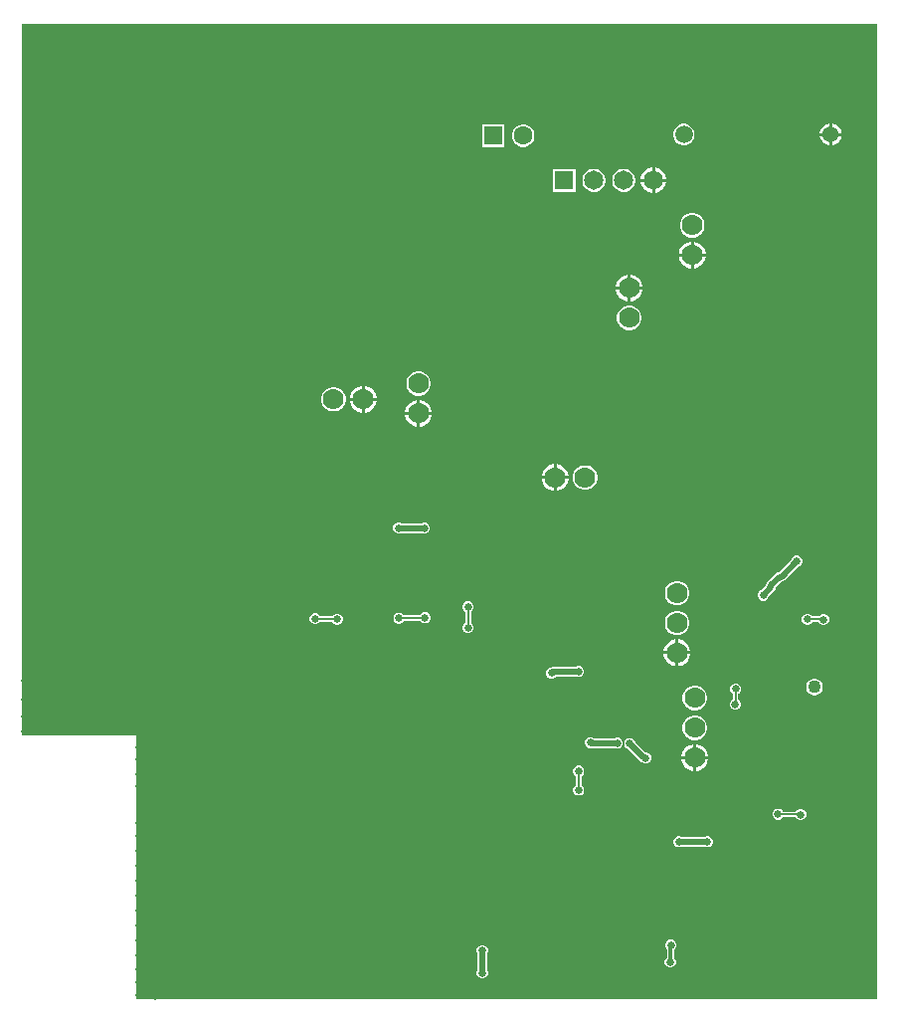
<source format=gbl>
G04*
G04 #@! TF.GenerationSoftware,Altium Limited,Altium Designer,23.1.1 (15)*
G04*
G04 Layer_Physical_Order=2*
G04 Layer_Color=16711680*
%FSLAX44Y44*%
%MOMM*%
G71*
G04*
G04 #@! TF.SameCoordinates,8BC828A1-C8E0-4588-AEB6-AA5E87443106*
G04*
G04*
G04 #@! TF.FilePolarity,Positive*
G04*
G01*
G75*
%ADD10C,0.1524*%
%ADD131C,1.1000*%
%ADD139C,0.5080*%
%ADD140C,0.3000*%
%ADD150C,1.6500*%
%ADD151R,1.6500X1.6500*%
%ADD152C,1.3650*%
%ADD153C,1.5000*%
%ADD154C,1.7780*%
%ADD155R,1.6000X1.6000*%
%ADD156C,1.6000*%
%ADD157O,1.5500X0.8128*%
%ADD158O,0.8128X1.3000*%
%ADD159C,0.6350*%
%ADD160C,0.5000*%
G36*
X732456Y4144D02*
X101600D01*
Y228854D01*
X4144D01*
Y834056D01*
X732456D01*
Y4144D01*
D02*
G37*
%LPC*%
G36*
X694438Y749575D02*
Y741489D01*
X702524D01*
X701895Y743834D01*
X700662Y745970D01*
X698919Y747713D01*
X696783Y748946D01*
X694438Y749575D01*
D02*
G37*
G36*
X691898D02*
X689554Y748946D01*
X687418Y747713D01*
X685675Y745970D01*
X684442Y743834D01*
X683813Y741489D01*
X691898D01*
Y749575D01*
D02*
G37*
G36*
X569357Y749243D02*
X566981D01*
X564685Y748628D01*
X562628Y747440D01*
X560947Y745760D01*
X559759Y743703D01*
X559145Y741407D01*
Y739031D01*
X559759Y736736D01*
X560947Y734679D01*
X562628Y732999D01*
X564685Y731810D01*
X566981Y731196D01*
X569357D01*
X571652Y731810D01*
X573709Y732999D01*
X575390Y734679D01*
X576578Y736736D01*
X577192Y739031D01*
Y741407D01*
X576578Y743703D01*
X575390Y745760D01*
X573709Y747440D01*
X571652Y748628D01*
X569357Y749243D01*
D02*
G37*
G36*
X702524Y738950D02*
X694438D01*
Y730864D01*
X696783Y731493D01*
X698919Y732726D01*
X700662Y734469D01*
X701895Y736605D01*
X702524Y738950D01*
D02*
G37*
G36*
X691898D02*
X683813D01*
X684442Y736605D01*
X685675Y734469D01*
X687418Y732726D01*
X689554Y731493D01*
X691898Y730864D01*
Y738950D01*
D02*
G37*
G36*
X432546Y748664D02*
X430038D01*
X427616Y748015D01*
X425444Y746761D01*
X423671Y744988D01*
X422417Y742816D01*
X421768Y740394D01*
Y737886D01*
X422417Y735464D01*
X423671Y733292D01*
X425444Y731519D01*
X427616Y730265D01*
X430038Y729616D01*
X432546D01*
X434968Y730265D01*
X437140Y731519D01*
X438913Y733292D01*
X440167Y735464D01*
X440816Y737886D01*
Y740394D01*
X440167Y742816D01*
X438913Y744988D01*
X437140Y746761D01*
X434968Y748015D01*
X432546Y748664D01*
D02*
G37*
G36*
X415416D02*
X396368D01*
Y729616D01*
X415416D01*
Y748664D01*
D02*
G37*
G36*
X543711Y712082D02*
X543560D01*
Y702562D01*
X553080D01*
Y702713D01*
X552345Y705457D01*
X550924Y707917D01*
X548915Y709926D01*
X546455Y711347D01*
X543711Y712082D01*
D02*
G37*
G36*
X541020D02*
X540869D01*
X538125Y711347D01*
X535665Y709926D01*
X533656Y707917D01*
X532235Y705457D01*
X531500Y702713D01*
Y702562D01*
X541020D01*
Y712082D01*
D02*
G37*
G36*
X518177Y711066D02*
X515603D01*
X513117Y710400D01*
X510889Y709113D01*
X509069Y707293D01*
X507782Y705065D01*
X507116Y702579D01*
Y700005D01*
X507782Y697520D01*
X509069Y695291D01*
X510889Y693471D01*
X513117Y692184D01*
X515603Y691518D01*
X518177D01*
X520663Y692184D01*
X522891Y693471D01*
X524711Y695291D01*
X525998Y697520D01*
X526664Y700005D01*
Y702579D01*
X525998Y705065D01*
X524711Y707293D01*
X522891Y709113D01*
X520663Y710400D01*
X518177Y711066D01*
D02*
G37*
G36*
X492777D02*
X490203D01*
X487717Y710400D01*
X485489Y709113D01*
X483669Y707293D01*
X482382Y705065D01*
X481716Y702579D01*
Y700005D01*
X482382Y697520D01*
X483669Y695291D01*
X485489Y693471D01*
X487717Y692184D01*
X490203Y691518D01*
X492777D01*
X495263Y692184D01*
X497491Y693471D01*
X499311Y695291D01*
X500598Y697520D01*
X501264Y700005D01*
Y702579D01*
X500598Y705065D01*
X499311Y707293D01*
X497491Y709113D01*
X495263Y710400D01*
X492777Y711066D01*
D02*
G37*
G36*
X475864D02*
X456316D01*
Y691518D01*
X475864D01*
Y711066D01*
D02*
G37*
G36*
X553080Y700022D02*
X543560D01*
Y690502D01*
X543711D01*
X546455Y691237D01*
X548915Y692658D01*
X550924Y694667D01*
X552345Y697127D01*
X553080Y699872D01*
Y700022D01*
D02*
G37*
G36*
X541020D02*
X531500D01*
Y699872D01*
X532235Y697127D01*
X533656Y694667D01*
X535665Y692658D01*
X538125Y691237D01*
X540869Y690502D01*
X541020D01*
Y700022D01*
D02*
G37*
G36*
X576552Y673501D02*
X573809D01*
X571161Y672791D01*
X568786Y671420D01*
X566847Y669481D01*
X565476Y667107D01*
X564767Y664458D01*
Y661716D01*
X565476Y659067D01*
X566847Y656693D01*
X568786Y654754D01*
X571161Y653383D01*
X573809Y652673D01*
X576552D01*
X579200Y653383D01*
X581575Y654754D01*
X583514Y656693D01*
X584885Y659067D01*
X585594Y661716D01*
Y664458D01*
X584885Y667107D01*
X583514Y669481D01*
X581575Y671420D01*
X579200Y672791D01*
X576552Y673501D01*
D02*
G37*
G36*
X576685Y649117D02*
X576450D01*
Y638957D01*
X586610D01*
Y639192D01*
X585831Y642099D01*
X584327Y644705D01*
X582199Y646833D01*
X579592Y648338D01*
X576685Y649117D01*
D02*
G37*
G36*
X573910D02*
X573676D01*
X570769Y648338D01*
X568162Y646833D01*
X566034Y644705D01*
X564529Y642099D01*
X563750Y639192D01*
Y638957D01*
X573910D01*
Y649117D01*
D02*
G37*
G36*
X586610Y636417D02*
X576450D01*
Y626257D01*
X576685D01*
X579592Y627036D01*
X582199Y628541D01*
X584327Y630669D01*
X585831Y633275D01*
X586610Y636182D01*
Y636417D01*
D02*
G37*
G36*
X573910D02*
X563750D01*
Y636182D01*
X564529Y633275D01*
X566034Y630669D01*
X568162Y628541D01*
X570769Y627036D01*
X573676Y626257D01*
X573910D01*
Y636417D01*
D02*
G37*
G36*
X523106Y621044D02*
X522872D01*
Y610883D01*
X533032D01*
Y611118D01*
X532253Y614025D01*
X530748Y616632D01*
X528620Y618760D01*
X526013Y620265D01*
X523106Y621044D01*
D02*
G37*
G36*
X520331D02*
X520097D01*
X517190Y620265D01*
X514583Y618760D01*
X512455Y616632D01*
X510951Y614025D01*
X510172Y611118D01*
Y610883D01*
X520331D01*
Y621044D01*
D02*
G37*
G36*
X533032Y608344D02*
X522872D01*
Y598184D01*
X523106D01*
X526013Y598963D01*
X528620Y600467D01*
X530748Y602595D01*
X532253Y605202D01*
X533032Y608109D01*
Y608344D01*
D02*
G37*
G36*
X520331D02*
X510172D01*
Y608109D01*
X510951Y605202D01*
X512455Y602595D01*
X514583Y600467D01*
X517190Y598963D01*
X520097Y598184D01*
X520331D01*
Y608344D01*
D02*
G37*
G36*
X522973Y594627D02*
X520230D01*
X517582Y593918D01*
X515207Y592547D01*
X513268Y590608D01*
X511897Y588233D01*
X511188Y585585D01*
Y582842D01*
X511897Y580194D01*
X513268Y577819D01*
X515207Y575880D01*
X517582Y574509D01*
X520230Y573800D01*
X522973D01*
X525621Y574509D01*
X527996Y575880D01*
X529935Y577819D01*
X531306Y580194D01*
X532015Y582842D01*
Y585585D01*
X531306Y588233D01*
X529935Y590608D01*
X527996Y592547D01*
X525621Y593918D01*
X522973Y594627D01*
D02*
G37*
G36*
X343509Y538734D02*
X340767D01*
X338118Y538024D01*
X335744Y536653D01*
X333805Y534714D01*
X332434Y532340D01*
X331724Y529691D01*
Y526949D01*
X332434Y524300D01*
X333805Y521926D01*
X335744Y519987D01*
X338118Y518616D01*
X340767Y517906D01*
X343509D01*
X346158Y518616D01*
X348532Y519987D01*
X350471Y521926D01*
X351842Y524300D01*
X352552Y526949D01*
Y529691D01*
X351842Y532340D01*
X350471Y534714D01*
X348532Y536653D01*
X346158Y538024D01*
X343509Y538734D01*
D02*
G37*
G36*
X296653Y526418D02*
X296418D01*
Y516258D01*
X306578D01*
Y516492D01*
X305799Y519399D01*
X304294Y522006D01*
X302166Y524134D01*
X299560Y525639D01*
X296653Y526418D01*
D02*
G37*
G36*
X293878D02*
X293643D01*
X290736Y525639D01*
X288130Y524134D01*
X286002Y522006D01*
X284497Y519399D01*
X283718Y516492D01*
Y516258D01*
X293878D01*
Y526418D01*
D02*
G37*
G36*
X271119Y525401D02*
X268377D01*
X265728Y524692D01*
X263354Y523321D01*
X261415Y521382D01*
X260044Y519007D01*
X259334Y516359D01*
Y513616D01*
X260044Y510968D01*
X261415Y508593D01*
X263354Y506654D01*
X265728Y505283D01*
X268377Y504574D01*
X271119D01*
X273768Y505283D01*
X276142Y506654D01*
X278081Y508593D01*
X279452Y510968D01*
X280162Y513616D01*
Y516359D01*
X279452Y519007D01*
X278081Y521382D01*
X276142Y523321D01*
X273768Y524692D01*
X271119Y525401D01*
D02*
G37*
G36*
X343643Y514350D02*
X343408D01*
Y504190D01*
X353568D01*
Y504425D01*
X352789Y507332D01*
X351284Y509938D01*
X349156Y512066D01*
X346550Y513571D01*
X343643Y514350D01*
D02*
G37*
G36*
X340868D02*
X340633D01*
X337726Y513571D01*
X335120Y512066D01*
X332992Y509938D01*
X331487Y507332D01*
X330708Y504425D01*
Y504190D01*
X340868D01*
Y514350D01*
D02*
G37*
G36*
X306578Y513717D02*
X296418D01*
Y503558D01*
X296653D01*
X299560Y504337D01*
X302166Y505841D01*
X304294Y507969D01*
X305799Y510576D01*
X306578Y513483D01*
Y513717D01*
D02*
G37*
G36*
X293878D02*
X283718D01*
Y513483D01*
X284497Y510576D01*
X286002Y507969D01*
X288130Y505841D01*
X290736Y504337D01*
X293643Y503558D01*
X293878D01*
Y513717D01*
D02*
G37*
G36*
X353568Y501650D02*
X343408D01*
Y491490D01*
X343643D01*
X346550Y492269D01*
X349156Y493774D01*
X351284Y495902D01*
X352789Y498508D01*
X353568Y501415D01*
Y501650D01*
D02*
G37*
G36*
X340868D02*
X330708D01*
Y501415D01*
X331487Y498508D01*
X332992Y495902D01*
X335120Y493774D01*
X337726Y492269D01*
X340633Y491490D01*
X340868D01*
Y501650D01*
D02*
G37*
G36*
X459975Y459740D02*
X459740D01*
Y449580D01*
X469900D01*
Y449815D01*
X469121Y452722D01*
X467616Y455328D01*
X465488Y457456D01*
X462882Y458961D01*
X459975Y459740D01*
D02*
G37*
G36*
X457200D02*
X456965D01*
X454058Y458961D01*
X451452Y457456D01*
X449324Y455328D01*
X447819Y452722D01*
X447040Y449815D01*
Y449580D01*
X457200D01*
Y459740D01*
D02*
G37*
G36*
X485241Y458724D02*
X482499D01*
X479850Y458014D01*
X477476Y456643D01*
X475537Y454704D01*
X474166Y452330D01*
X473456Y449681D01*
Y446939D01*
X474166Y444290D01*
X475537Y441916D01*
X477476Y439977D01*
X479850Y438606D01*
X482499Y437896D01*
X485241D01*
X487890Y438606D01*
X490264Y439977D01*
X492203Y441916D01*
X493574Y444290D01*
X494284Y446939D01*
Y449681D01*
X493574Y452330D01*
X492203Y454704D01*
X490264Y456643D01*
X487890Y458014D01*
X485241Y458724D01*
D02*
G37*
G36*
X469900Y447040D02*
X459740D01*
Y436880D01*
X459975D01*
X462882Y437659D01*
X465488Y439164D01*
X467616Y441292D01*
X469121Y443898D01*
X469900Y446805D01*
Y447040D01*
D02*
G37*
G36*
X457200D02*
X447040D01*
Y446805D01*
X447819Y443898D01*
X449324Y441292D01*
X451452Y439164D01*
X454058Y437659D01*
X456965Y436880D01*
X457200D01*
Y447040D01*
D02*
G37*
G36*
X326309Y410083D02*
X324439D01*
X322712Y409368D01*
X321390Y408046D01*
X320675Y406319D01*
Y404449D01*
X321390Y402722D01*
X322712Y401400D01*
X324439Y400685D01*
X326309D01*
X327497Y401177D01*
X344664D01*
X346156Y400559D01*
X348026D01*
X349753Y401274D01*
X351075Y402596D01*
X351790Y404323D01*
Y406193D01*
X351075Y407920D01*
X349753Y409242D01*
X348026Y409957D01*
X346156D01*
X344968Y409465D01*
X327802D01*
X326309Y410083D01*
D02*
G37*
G36*
X665145Y381889D02*
X663275D01*
X661548Y381174D01*
X660226Y379852D01*
X659671Y378511D01*
X649207Y368047D01*
X647861Y367779D01*
X646517Y366881D01*
X639418Y359782D01*
X638520Y358438D01*
X638212Y356887D01*
X633854Y352530D01*
X633100Y352218D01*
X631778Y350896D01*
X631063Y349169D01*
Y347299D01*
X631778Y345572D01*
X633100Y344250D01*
X634827Y343535D01*
X636697D01*
X638424Y344250D01*
X639746Y345572D01*
X640461Y347299D01*
Y347417D01*
X645278Y352234D01*
X646177Y353578D01*
X646485Y355129D01*
X651211Y359855D01*
X652556Y360122D01*
X653901Y361021D01*
X665531Y372651D01*
X666872Y373206D01*
X668194Y374528D01*
X668909Y376255D01*
Y378125D01*
X668194Y379852D01*
X666872Y381174D01*
X665145Y381889D01*
D02*
G37*
G36*
X563727Y360426D02*
X560985D01*
X558336Y359716D01*
X555962Y358345D01*
X554023Y356406D01*
X552652Y354032D01*
X551942Y351383D01*
Y348641D01*
X552652Y345992D01*
X554023Y343618D01*
X555962Y341679D01*
X558336Y340308D01*
X560985Y339598D01*
X563727D01*
X566376Y340308D01*
X568750Y341679D01*
X570689Y343618D01*
X572060Y345992D01*
X572770Y348641D01*
Y351383D01*
X572060Y354032D01*
X570689Y356406D01*
X568750Y358345D01*
X566376Y359716D01*
X563727Y360426D01*
D02*
G37*
G36*
X348661Y333629D02*
X346791D01*
X345064Y332914D01*
X343742Y331592D01*
X343553Y331134D01*
X329569D01*
X329485Y331338D01*
X328163Y332660D01*
X326436Y333375D01*
X324566D01*
X322839Y332660D01*
X321517Y331338D01*
X320802Y329611D01*
Y327741D01*
X321517Y326014D01*
X322839Y324692D01*
X324566Y323977D01*
X326436D01*
X328163Y324692D01*
X329485Y326014D01*
X329674Y326472D01*
X343658D01*
X343742Y326268D01*
X345064Y324946D01*
X346791Y324231D01*
X348661D01*
X350388Y324946D01*
X351710Y326268D01*
X352425Y327995D01*
Y329865D01*
X351710Y331592D01*
X350388Y332914D01*
X348661Y333629D01*
D02*
G37*
G36*
X255189Y332867D02*
X253319D01*
X251592Y332152D01*
X250270Y330830D01*
X249555Y329103D01*
Y327233D01*
X250270Y325506D01*
X251592Y324184D01*
X253319Y323469D01*
X255189D01*
X256916Y324184D01*
X258238Y325506D01*
X258270Y325583D01*
X268824D01*
X269066Y324998D01*
X270388Y323676D01*
X272115Y322961D01*
X273985D01*
X275712Y323676D01*
X277034Y324998D01*
X277749Y326725D01*
Y328595D01*
X277034Y330322D01*
X275712Y331644D01*
X273985Y332359D01*
X272115D01*
X270388Y331644D01*
X269066Y330322D01*
X269035Y330245D01*
X258480D01*
X258238Y330830D01*
X256916Y332152D01*
X255189Y332867D01*
D02*
G37*
G36*
X674289Y332359D02*
X672419D01*
X670692Y331644D01*
X669370Y330322D01*
X668655Y328595D01*
Y326725D01*
X669370Y324998D01*
X670692Y323676D01*
X672419Y322961D01*
X674289D01*
X676016Y323676D01*
X677338Y324998D01*
X677527Y325456D01*
X682975D01*
X683213Y324881D01*
X684535Y323559D01*
X686262Y322844D01*
X688132D01*
X689859Y323559D01*
X691180Y324881D01*
X691896Y326608D01*
Y328478D01*
X691180Y330205D01*
X689859Y331526D01*
X688132Y332242D01*
X686262D01*
X684535Y331526D01*
X683213Y330205D01*
X683177Y330118D01*
X677422D01*
X677338Y330322D01*
X676016Y331644D01*
X674289Y332359D01*
D02*
G37*
G36*
X385235Y343097D02*
X383365D01*
X381638Y342381D01*
X380317Y341059D01*
X379601Y339333D01*
Y337463D01*
X380317Y335736D01*
X381638Y334414D01*
X382098Y334224D01*
Y324721D01*
X381640Y324532D01*
X380318Y323210D01*
X379603Y321483D01*
Y319613D01*
X380318Y317886D01*
X381640Y316564D01*
X383367Y315849D01*
X385237D01*
X386964Y316564D01*
X388286Y317886D01*
X389001Y319613D01*
Y321483D01*
X388286Y323210D01*
X386964Y324532D01*
X386760Y324616D01*
Y334330D01*
X386962Y334414D01*
X388284Y335736D01*
X388999Y337463D01*
Y339333D01*
X388284Y341059D01*
X386962Y342381D01*
X385235Y343097D01*
D02*
G37*
G36*
X563727Y335026D02*
X560985D01*
X558336Y334316D01*
X555962Y332945D01*
X554023Y331006D01*
X552652Y328632D01*
X551942Y325983D01*
Y323241D01*
X552652Y320592D01*
X554023Y318218D01*
X555962Y316279D01*
X558336Y314908D01*
X560985Y314198D01*
X563727D01*
X566376Y314908D01*
X568750Y316279D01*
X570689Y318218D01*
X572060Y320592D01*
X572770Y323241D01*
Y325983D01*
X572060Y328632D01*
X570689Y331006D01*
X568750Y332945D01*
X566376Y334316D01*
X563727Y335026D01*
D02*
G37*
G36*
X563861Y310642D02*
X563626D01*
Y300482D01*
X573786D01*
Y300717D01*
X573007Y303624D01*
X571502Y306230D01*
X569374Y308358D01*
X566768Y309863D01*
X563861Y310642D01*
D02*
G37*
G36*
X561086D02*
X560851D01*
X557944Y309863D01*
X555338Y308358D01*
X553210Y306230D01*
X551705Y303624D01*
X550926Y300717D01*
Y300482D01*
X561086D01*
Y310642D01*
D02*
G37*
G36*
X573786Y297942D02*
X563626D01*
Y287782D01*
X563861D01*
X566768Y288561D01*
X569374Y290066D01*
X571502Y292194D01*
X573007Y294800D01*
X573786Y297707D01*
Y297942D01*
D02*
G37*
G36*
X561086D02*
X550926D01*
Y297707D01*
X551705Y294800D01*
X553210Y292194D01*
X555338Y290066D01*
X557944Y288561D01*
X560851Y287782D01*
X561086D01*
Y297942D01*
D02*
G37*
G36*
X479217Y287909D02*
X477347D01*
X476007Y287354D01*
X457037D01*
X455451Y287038D01*
X454854Y286639D01*
X454488D01*
X452761Y285924D01*
X451439Y284602D01*
X450724Y282875D01*
Y281005D01*
X451439Y279278D01*
X452761Y277956D01*
X454488Y277241D01*
X456358D01*
X458085Y277956D01*
X459195Y279066D01*
X476007D01*
X477347Y278511D01*
X479217D01*
X480944Y279226D01*
X482266Y280548D01*
X482981Y282275D01*
Y284145D01*
X482266Y285872D01*
X480944Y287194D01*
X479217Y287909D01*
D02*
G37*
G36*
X680151Y277040D02*
X678302D01*
X676515Y276561D01*
X674914Y275636D01*
X673606Y274328D01*
X672681Y272727D01*
X672203Y270940D01*
Y269091D01*
X672681Y267304D01*
X673606Y265703D01*
X674914Y264395D01*
X676515Y263470D01*
X678302Y262992D01*
X680151D01*
X681938Y263470D01*
X683539Y264395D01*
X684847Y265703D01*
X685772Y267304D01*
X686251Y269091D01*
Y270940D01*
X685772Y272727D01*
X684847Y274328D01*
X683539Y275636D01*
X681938Y276561D01*
X680151Y277040D01*
D02*
G37*
G36*
X613075Y273064D02*
X611205D01*
X609478Y272348D01*
X608156Y271026D01*
X607441Y269299D01*
Y267430D01*
X608156Y265703D01*
X609478Y264381D01*
X609683Y264296D01*
Y259584D01*
X609225Y259394D01*
X607903Y258072D01*
X607188Y256345D01*
Y254476D01*
X607903Y252749D01*
X609225Y251427D01*
X610952Y250712D01*
X612822D01*
X614549Y251427D01*
X615871Y252749D01*
X616586Y254476D01*
Y256345D01*
X615871Y258072D01*
X614549Y259394D01*
X614344Y259479D01*
Y264191D01*
X614802Y264381D01*
X616124Y265703D01*
X616839Y267430D01*
Y269299D01*
X616124Y271026D01*
X614802Y272348D01*
X613075Y273064D01*
D02*
G37*
G36*
X578853Y271272D02*
X576110D01*
X573462Y270562D01*
X571087Y269191D01*
X569148Y267252D01*
X567777Y264878D01*
X567067Y262229D01*
Y259487D01*
X567777Y256838D01*
X569148Y254464D01*
X571087Y252525D01*
X573462Y251154D01*
X576110Y250444D01*
X578853D01*
X581501Y251154D01*
X583876Y252525D01*
X585815Y254464D01*
X587186Y256838D01*
X587896Y259487D01*
Y262229D01*
X587186Y264878D01*
X585815Y267252D01*
X583876Y269191D01*
X581501Y270562D01*
X578853Y271272D01*
D02*
G37*
G36*
Y245872D02*
X576110D01*
X573462Y245162D01*
X571087Y243791D01*
X569148Y241852D01*
X567777Y239478D01*
X567067Y236829D01*
Y234087D01*
X567777Y231438D01*
X569148Y229064D01*
X571087Y227125D01*
X573462Y225754D01*
X576110Y225044D01*
X578853D01*
X581501Y225754D01*
X583876Y227125D01*
X585815Y229064D01*
X587186Y231438D01*
X587896Y234087D01*
Y236829D01*
X587186Y239478D01*
X585815Y241852D01*
X583876Y243791D01*
X581501Y245162D01*
X578853Y245872D01*
D02*
G37*
G36*
X489378Y227457D02*
X487509D01*
X485782Y226742D01*
X484460Y225420D01*
X483744Y223693D01*
Y221824D01*
X484460Y220096D01*
X485782Y218775D01*
X487509Y218059D01*
X489378D01*
X489922Y218285D01*
X490819Y218106D01*
X509026D01*
X510367Y217551D01*
X512237D01*
X513964Y218266D01*
X515286Y219588D01*
X516001Y221315D01*
Y223185D01*
X515286Y224912D01*
X513964Y226234D01*
X512237Y226949D01*
X510367D01*
X509026Y226394D01*
X491887D01*
X491345Y226501D01*
X491105Y226742D01*
X489378Y227457D01*
D02*
G37*
G36*
X578986Y221488D02*
X578751D01*
Y211328D01*
X588912D01*
Y211563D01*
X588133Y214470D01*
X586628Y217076D01*
X584500Y219204D01*
X581893Y220709D01*
X578986Y221488D01*
D02*
G37*
G36*
X576212D02*
X575977D01*
X573070Y220709D01*
X570463Y219204D01*
X568335Y217076D01*
X566830Y214470D01*
X566051Y211563D01*
Y211328D01*
X576212D01*
Y221488D01*
D02*
G37*
G36*
X522905Y226695D02*
X521035D01*
X519308Y225980D01*
X517986Y224658D01*
X517271Y222931D01*
Y221061D01*
X517986Y219334D01*
X519308Y218012D01*
X520649Y217457D01*
X531000Y207106D01*
X532344Y206208D01*
X532682Y206141D01*
X533013Y205809D01*
X534740Y205094D01*
X536610D01*
X538337Y205809D01*
X539659Y207131D01*
X540374Y208858D01*
Y210728D01*
X539659Y212455D01*
X538337Y213777D01*
X536610Y214492D01*
X535334D01*
X526509Y223317D01*
X525954Y224658D01*
X524632Y225980D01*
X522905Y226695D01*
D02*
G37*
G36*
X588912Y208788D02*
X578751D01*
Y198628D01*
X578986D01*
X581893Y199407D01*
X584500Y200912D01*
X586628Y203040D01*
X588133Y205646D01*
X588912Y208553D01*
Y208788D01*
D02*
G37*
G36*
X576212D02*
X566051D01*
Y208553D01*
X566830Y205646D01*
X568335Y203040D01*
X570463Y200912D01*
X573070Y199407D01*
X575977Y198628D01*
X576212D01*
Y208788D01*
D02*
G37*
G36*
X479471Y203119D02*
X477601D01*
X475874Y202404D01*
X474552Y201082D01*
X473837Y199355D01*
Y197485D01*
X474552Y195758D01*
X475874Y194436D01*
X476205Y194299D01*
Y186628D01*
X475874Y186491D01*
X474552Y185169D01*
X473837Y183442D01*
Y181573D01*
X474552Y179846D01*
X475874Y178524D01*
X477601Y177808D01*
X479471D01*
X481198Y178524D01*
X482520Y179846D01*
X483235Y181573D01*
Y183442D01*
X482520Y185169D01*
X481198Y186491D01*
X480867Y186628D01*
Y194299D01*
X481198Y194436D01*
X482520Y195758D01*
X483235Y197485D01*
Y199355D01*
X482520Y201082D01*
X481198Y202404D01*
X479471Y203119D01*
D02*
G37*
G36*
X649270Y166624D02*
X647400D01*
X645673Y165909D01*
X644351Y164587D01*
X643636Y162860D01*
Y160990D01*
X644351Y159263D01*
X645673Y157941D01*
X647400Y157226D01*
X649270D01*
X650997Y157941D01*
X652319Y159263D01*
X652377Y159404D01*
X663312D01*
X663528Y158882D01*
X664850Y157560D01*
X666577Y156845D01*
X668447D01*
X670174Y157560D01*
X671496Y158882D01*
X672211Y160609D01*
Y162479D01*
X671496Y164206D01*
X670174Y165528D01*
X668447Y166243D01*
X666577D01*
X664850Y165528D01*
X663528Y164206D01*
X663470Y164065D01*
X652535D01*
X652319Y164587D01*
X650997Y165909D01*
X649270Y166624D01*
D02*
G37*
G36*
X588945Y143129D02*
X587075D01*
X585734Y142574D01*
X566156D01*
X564815Y143129D01*
X562945D01*
X561218Y142414D01*
X559896Y141092D01*
X559181Y139365D01*
Y137495D01*
X559896Y135768D01*
X561218Y134446D01*
X562945Y133731D01*
X564815D01*
X566156Y134286D01*
X585734D01*
X587075Y133731D01*
X588945D01*
X590672Y134446D01*
X591994Y135768D01*
X592709Y137495D01*
Y139365D01*
X591994Y141092D01*
X590672Y142414D01*
X588945Y143129D01*
D02*
G37*
G36*
X557957Y54991D02*
X556087D01*
X554360Y54276D01*
X553038Y52954D01*
X552323Y51227D01*
Y49357D01*
X553038Y47630D01*
X553685Y46984D01*
Y39884D01*
X552530Y38730D01*
X551815Y37003D01*
Y35133D01*
X552530Y33406D01*
X553852Y32084D01*
X555579Y31369D01*
X557449D01*
X559176Y32084D01*
X560498Y33406D01*
X561213Y35133D01*
Y37003D01*
X560498Y38730D01*
X559851Y39376D01*
Y46476D01*
X561006Y47630D01*
X561721Y49357D01*
Y51227D01*
X561006Y52954D01*
X559684Y54276D01*
X557957Y54991D01*
D02*
G37*
G36*
X397429Y50424D02*
X395559D01*
X393832Y49709D01*
X392510Y48387D01*
X391795Y46660D01*
Y44790D01*
X392350Y43450D01*
Y29200D01*
X391795Y27859D01*
Y25989D01*
X392510Y24262D01*
X393832Y22940D01*
X395559Y22225D01*
X397429D01*
X399156Y22940D01*
X400478Y24262D01*
X401193Y25989D01*
Y27859D01*
X400638Y29200D01*
Y43450D01*
X401193Y44790D01*
Y46660D01*
X400478Y48387D01*
X399156Y49709D01*
X397429Y50424D01*
D02*
G37*
%LPD*%
D10*
X384429Y320675D02*
Y338269D01*
X384300Y338398D02*
X384429Y338269D01*
X478536Y182507D02*
Y198420D01*
X612014Y255537D02*
Y268238D01*
X612140Y268365D01*
X611887Y255411D02*
X612014Y255537D01*
X384302Y320548D02*
X384429Y320675D01*
X673481Y327787D02*
X686953D01*
X687197Y327543D01*
X673354Y327660D02*
X673481Y327787D01*
X325501Y328676D02*
X325628Y328803D01*
X347599D01*
X648525Y161735D02*
X667321D01*
X667512Y161544D01*
X648335Y161925D02*
X648525Y161735D01*
X254254Y328168D02*
X254508Y327914D01*
X272796D02*
X273050Y327660D01*
X254508Y327914D02*
X272796D01*
X347599Y328803D02*
X347726Y328930D01*
D131*
X679227Y270016D02*
D03*
D139*
X535432Y210036D02*
X535675Y209793D01*
X521970Y221996D02*
X533930Y210036D01*
X535432D01*
X488443Y222758D02*
X488686Y222515D01*
X490553D02*
X490819Y222250D01*
X511302D01*
X488686Y222515D02*
X490553D01*
X649447Y363951D02*
X650971D01*
X642348Y355164D02*
Y356852D01*
X635762Y348234D02*
Y348578D01*
X642348Y356852D02*
X649447Y363951D01*
X635762Y348578D02*
X642348Y355164D01*
X396494Y26924D02*
Y45725D01*
X650971Y363951D02*
X664210Y377190D01*
X325374Y405384D02*
X325437Y405321D01*
X347028D01*
X347091Y405258D01*
X455767Y281940D02*
X457037Y283210D01*
X455423Y281940D02*
X455767D01*
X457037Y283210D02*
X478282D01*
X563880Y138430D02*
X588010D01*
D140*
X556768Y36322D02*
Y50038D01*
X557022Y50292D01*
X556514Y36068D02*
X556768Y36322D01*
D150*
X542290Y701292D02*
D03*
X516890D02*
D03*
X491490D02*
D03*
D151*
X466090D02*
D03*
D152*
X693168Y740219D02*
D03*
D153*
X568168D02*
D03*
D154*
X575181Y637687D02*
D03*
Y663087D02*
D03*
X342138Y528320D02*
D03*
Y502920D02*
D03*
X458470Y448310D02*
D03*
X483870D02*
D03*
X521601Y609613D02*
D03*
Y584213D02*
D03*
X269748Y514987D02*
D03*
X295148D02*
D03*
X577481Y210058D02*
D03*
Y260858D02*
D03*
Y235458D02*
D03*
X562356Y299212D02*
D03*
Y350012D02*
D03*
Y324612D02*
D03*
D155*
X405892Y739140D02*
D03*
D156*
X431292D02*
D03*
D157*
X13640Y430120D02*
D03*
Y500120D02*
D03*
D158*
X40640Y440120D02*
D03*
Y490120D02*
D03*
D159*
X420370Y396240D02*
D03*
X104140Y218440D02*
D03*
X556879Y184769D02*
D03*
X445476Y525057D02*
D03*
X464820Y647700D02*
D03*
X394462Y500380D02*
D03*
X533654Y346202D02*
D03*
X465496Y413852D02*
D03*
X543560Y159004D02*
D03*
X557022Y50292D02*
D03*
X317754Y63754D02*
D03*
X418338Y87630D02*
D03*
X429768Y664210D02*
D03*
X384300Y338398D02*
D03*
X187954Y218439D02*
D03*
X177800Y218186D02*
D03*
X167640D02*
D03*
X154940D02*
D03*
X142240D02*
D03*
X129540D02*
D03*
X193040Y205486D02*
D03*
X116840Y218186D02*
D03*
X104394Y208788D02*
D03*
X478536Y182507D02*
D03*
Y198420D02*
D03*
X521970Y221996D02*
D03*
X514023Y243840D02*
D03*
X506984Y207772D02*
D03*
X488443Y222758D02*
D03*
X511302Y222250D02*
D03*
X635762Y348234D02*
D03*
X651111Y353687D02*
D03*
X612140Y268365D02*
D03*
X611887Y255411D02*
D03*
X393700Y642620D02*
D03*
X352658Y562610D02*
D03*
X328930Y615950D02*
D03*
X328168Y64262D02*
D03*
X411226Y249642D02*
D03*
X400812Y231902D02*
D03*
X406400Y223012D02*
D03*
X473456Y540512D02*
D03*
X396494Y26924D02*
D03*
X426720Y680720D02*
D03*
X384302Y320548D02*
D03*
X330200Y100584D02*
D03*
X345694Y101346D02*
D03*
X372777Y153162D02*
D03*
X556514Y36068D02*
D03*
X664210Y377190D02*
D03*
X687197Y327543D02*
D03*
X673354Y327660D02*
D03*
X638676Y365099D02*
D03*
X325501Y328676D02*
D03*
X325374Y405384D02*
D03*
X396494Y45725D02*
D03*
X422656Y66548D02*
D03*
X563753Y73152D02*
D03*
X648335Y161925D02*
D03*
X667512Y161544D02*
D03*
X455423Y281940D02*
D03*
X535675Y209793D02*
D03*
X532638Y169418D02*
D03*
X355600Y241554D02*
D03*
X254254Y328168D02*
D03*
X347091Y405258D02*
D03*
X347726Y328930D02*
D03*
X691134Y232664D02*
D03*
X355600Y123190D02*
D03*
X588010Y138430D02*
D03*
X478282Y283210D02*
D03*
X511302Y410210D02*
D03*
X184912Y328676D02*
D03*
X155194Y297942D02*
D03*
X505460Y284480D02*
D03*
X322580Y167640D02*
D03*
X525780Y110490D02*
D03*
X563880Y138430D02*
D03*
X471209Y365721D02*
D03*
X500380Y365760D02*
D03*
X514350Y378460D02*
D03*
X381000Y642620D02*
D03*
X80264Y478536D02*
D03*
X117396Y183075D02*
D03*
X104696Y185615D02*
D03*
X261620Y464820D02*
D03*
X629920Y187960D02*
D03*
X628650Y215900D02*
D03*
X618490Y226060D02*
D03*
X419100Y341630D02*
D03*
X546100Y127000D02*
D03*
X130810Y19304D02*
D03*
X156210D02*
D03*
X168148D02*
D03*
X143510D02*
D03*
X104140D02*
D03*
X118110D02*
D03*
X373380Y97790D02*
D03*
X246380Y153162D02*
D03*
X233680D02*
D03*
X259080D02*
D03*
X271780D02*
D03*
X220980D02*
D03*
X208280D02*
D03*
X182880D02*
D03*
X195580D02*
D03*
X284480D02*
D03*
X297180D02*
D03*
X309880D02*
D03*
X322580D02*
D03*
X335280D02*
D03*
X347980D02*
D03*
X360680D02*
D03*
X373238Y167556D02*
D03*
X354330Y139700D02*
D03*
X372158Y183583D02*
D03*
X372506Y202696D02*
D03*
X118110Y167386D02*
D03*
X105410D02*
D03*
X104140Y54610D02*
D03*
X118110Y30226D02*
D03*
Y7366D02*
D03*
X104140Y30226D02*
D03*
X118110Y41910D02*
D03*
X104140D02*
D03*
X104394Y7620D02*
D03*
X104140Y118110D02*
D03*
Y130810D02*
D03*
Y154432D02*
D03*
Y143510D02*
D03*
Y67310D02*
D03*
Y105410D02*
D03*
Y92710D02*
D03*
Y80010D02*
D03*
X118110Y118110D02*
D03*
Y67310D02*
D03*
Y154432D02*
D03*
Y143510D02*
D03*
Y130810D02*
D03*
Y105410D02*
D03*
Y92710D02*
D03*
Y80010D02*
D03*
Y54610D02*
D03*
X130810Y154432D02*
D03*
Y167386D02*
D03*
Y118110D02*
D03*
Y80010D02*
D03*
Y92710D02*
D03*
Y143510D02*
D03*
Y130810D02*
D03*
Y105410D02*
D03*
Y67310D02*
D03*
Y54610D02*
D03*
X168910Y92710D02*
D03*
X143510Y80010D02*
D03*
X156210Y54610D02*
D03*
X143510Y67310D02*
D03*
X156210D02*
D03*
Y80010D02*
D03*
X168910Y67310D02*
D03*
Y54610D02*
D03*
X143510Y92710D02*
D03*
X156210D02*
D03*
X143510Y105410D02*
D03*
X169164D02*
D03*
X156210D02*
D03*
X168910Y80010D02*
D03*
X143510Y54610D02*
D03*
X156210Y143510D02*
D03*
Y130810D02*
D03*
Y118110D02*
D03*
X143510D02*
D03*
Y130810D02*
D03*
Y143510D02*
D03*
Y154432D02*
D03*
X156210D02*
D03*
X169418Y143510D02*
D03*
Y130810D02*
D03*
X168910Y167386D02*
D03*
X169164Y118110D02*
D03*
X143510Y167386D02*
D03*
X156210D02*
D03*
X168910Y154432D02*
D03*
X168402Y30226D02*
D03*
X143510Y7620D02*
D03*
X168402Y41910D02*
D03*
X168148Y7620D02*
D03*
X143510Y41910D02*
D03*
X156210Y7620D02*
D03*
Y30226D02*
D03*
X143510D02*
D03*
X156210Y41910D02*
D03*
X130810Y30226D02*
D03*
Y41910D02*
D03*
Y7620D02*
D03*
X386636Y178249D02*
D03*
X358696Y184345D02*
D03*
X360680Y167386D02*
D03*
X46990Y566420D02*
D03*
X44450Y670560D02*
D03*
X48260Y770890D02*
D03*
X273050Y327660D02*
D03*
X334566Y183075D02*
D03*
X496570Y325120D02*
D03*
X182880Y167386D02*
D03*
X284480D02*
D03*
X297180D02*
D03*
X309880D02*
D03*
X271780D02*
D03*
X233680D02*
D03*
X246380D02*
D03*
X259080D02*
D03*
X220980D02*
D03*
X195580D02*
D03*
X208280D02*
D03*
X347980Y167132D02*
D03*
X335280D02*
D03*
X109728Y231648D02*
D03*
X122428D02*
D03*
X135176Y231335D02*
D03*
X147876D02*
D03*
X160576D02*
D03*
X173276D02*
D03*
X20828Y244856D02*
D03*
X33528D02*
D03*
X46228D02*
D03*
X58928D02*
D03*
X71628D02*
D03*
X84328D02*
D03*
X97028D02*
D03*
X109728Y245618D02*
D03*
X122428D02*
D03*
X135176Y245305D02*
D03*
X147876D02*
D03*
X160576D02*
D03*
X173276D02*
D03*
X20828Y259588D02*
D03*
X33528D02*
D03*
X46228D02*
D03*
X58928D02*
D03*
X71628D02*
D03*
X84328D02*
D03*
X97028D02*
D03*
X109728D02*
D03*
X122428D02*
D03*
X135176Y260545D02*
D03*
X147876D02*
D03*
X160576D02*
D03*
X173276D02*
D03*
X20828Y275590D02*
D03*
X33528D02*
D03*
X46228Y275336D02*
D03*
X58928D02*
D03*
X71628Y275082D02*
D03*
X84328D02*
D03*
X97028D02*
D03*
X109728D02*
D03*
X122428Y274828D02*
D03*
X135176Y274769D02*
D03*
X147876D02*
D03*
X160576Y274515D02*
D03*
X173276D02*
D03*
X169466Y183075D02*
D03*
X182166D02*
D03*
X207566D02*
D03*
X194866D02*
D03*
X220266D02*
D03*
X232966D02*
D03*
X258366D02*
D03*
X245666D02*
D03*
X144066D02*
D03*
X156766D02*
D03*
X271066D02*
D03*
X283766D02*
D03*
X296466D02*
D03*
X309166D02*
D03*
X321866D02*
D03*
X131366D02*
D03*
X334566Y203141D02*
D03*
X386636Y202379D02*
D03*
X347266Y203141D02*
D03*
X321866Y203395D02*
D03*
X309166Y203649D02*
D03*
X359966Y202887D02*
D03*
X296466Y203903D02*
D03*
X283766D02*
D03*
X245666Y204665D02*
D03*
X258366Y204411D02*
D03*
X220266Y205173D02*
D03*
X232966Y204919D02*
D03*
X271066Y204157D02*
D03*
X207566Y205427D02*
D03*
X187246Y231335D02*
D03*
X186992Y245305D02*
D03*
X186738Y260545D02*
D03*
Y274515D02*
D03*
X179880Y206189D02*
D03*
X168196Y205935D02*
D03*
X155496D02*
D03*
X142796D02*
D03*
X130048Y206248D02*
D03*
X117348D02*
D03*
X97028Y232410D02*
D03*
X84328D02*
D03*
X71628D02*
D03*
X58928D02*
D03*
X46228D02*
D03*
X33528D02*
D03*
X20828D02*
D03*
X7366Y275336D02*
D03*
Y259588D02*
D03*
Y232410D02*
D03*
X7251Y244974D02*
D03*
X104394Y196088D02*
D03*
X27940Y473710D02*
D03*
X26670Y455930D02*
D03*
X54610Y452120D02*
D03*
X231140Y365760D02*
D03*
D160*
X404010Y582812D02*
D03*
X391010Y582812D02*
D03*
X397510Y576312D02*
D03*
Y589313D02*
D03*
X616204Y178870D02*
D03*
X441813Y157296D02*
D03*
X427447Y157296D02*
D03*
Y171296D02*
D03*
X441813Y171296D02*
D03*
Y185296D02*
D03*
X413984D02*
D03*
Y171296D02*
D03*
Y143296D02*
D03*
X427447D02*
D03*
X441813D02*
D03*
X455563Y171293D02*
D03*
Y157296D02*
D03*
Y143296D02*
D03*
X427447Y185296D02*
D03*
X455563D02*
D03*
X413984Y156926D02*
D03*
M02*

</source>
